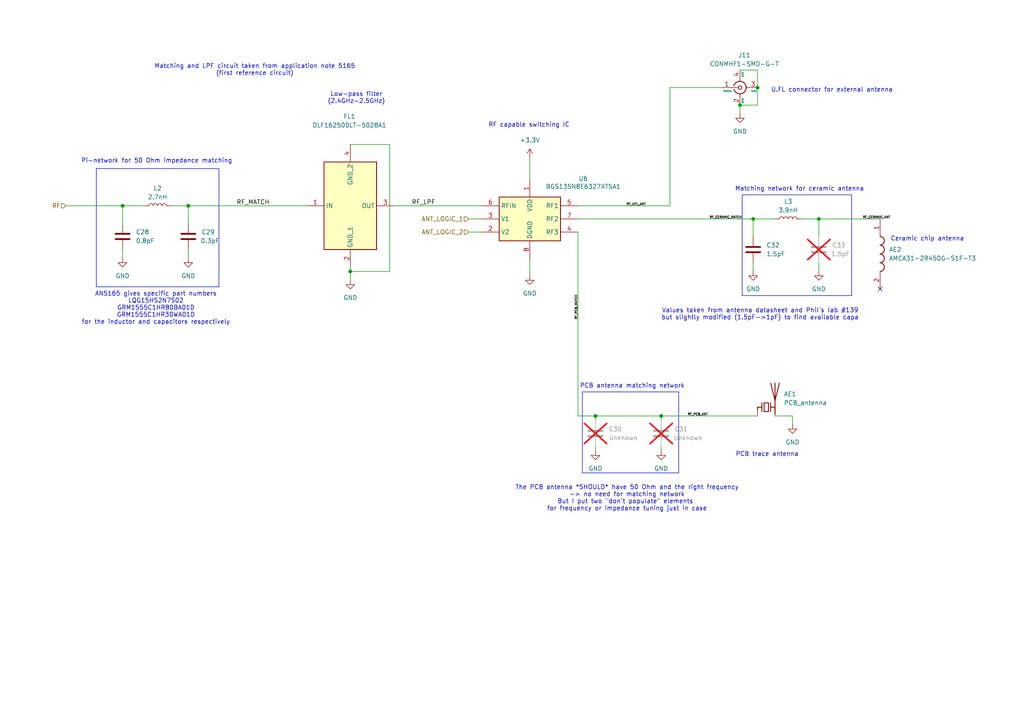
<source format=kicad_sch>
(kicad_sch (version 20250114) (generator "eeschema") (generator_version "9.0")
  (paper "A4")
  (title_block (company "N-Pulse"))
  (lib_symbols
    (symbol "AMCA31-2R450G-S1F-T3:AMCA31-2R450G-S1F-T3" (pin_names (hide yes))
      (property "Reference" "L" (at 16.51 6.35 0))
      (property "Value" "AMCA31-2R450G-S1F-T3" (at 16.51 3.81 0))
      (symbol "AMCA31-2R450G-S1F-T3_1_1"
        (arc (start 5.08 0) (mid 6.35 1.219) (end 7.62 0) (stroke (width 0.254)))
        (arc (start 7.62 0) (mid 8.89 1.219) (end 10.16 0) (stroke (width 0.254)))
        (arc (start 10.16 0) (mid 11.43 1.219) (end 12.7 0) (stroke (width 0.254)))
        (arc (start 12.7 0) (mid 13.97 1.219) (end 15.24 0) (stroke (width 0.254)))
        (pin passive line (at 0 0 0) (length 5.08) (name "FEED") (number "1"))
        (pin passive line (at 20.32 0 180) (length 5.08) (name "NC") (number "2"))
      )
    )
    (symbol "BGS13SN8E6327XTSA1:BGS13SN8E6327XTSA1"
      (property "Reference" "IC4" (at 13.97 7.62 0))
      (property "Value" "BGS13SN8E6327XTSA1" (at 13.97 5.08 0))
      (symbol "BGS13SN8E6327XTSA1_1_1"
        (rectangle (start 22.86 2.54) (end 5.08 -10.16) (stroke (width 0.254)) (fill (type background)))
        (pin passive line (at 0 0 0) (length 5.08) (name "RFIN") (number "6"))
        (pin passive line (at 0 -3.81 0) (length 5.08) (name "V1") (number "3"))
        (pin passive line (at 0 -7.62 0) (length 5.08) (name "V2") (number "2"))
        (pin passive line (at 13.97 7.62 270) (length 5.08) (name "VDD") (number "1"))
        (pin passive line (at 13.97 -15.24 90) (length 5.08) (name "DGND") (number "8"))
        (pin passive line (at 27.94 0 180) (length 5.08) (name "RF1") (number "5"))
        (pin passive line (at 27.94 -3.81 180) (length 5.08) (name "RF2") (number "7"))
        (pin passive line (at 27.94 -7.62 180) (length 5.08) (name "RF3") (number "4"))
      )
    )
    (symbol "CONMHF1-SMD-G-T_2"
      (property "Value" "CONMHF1-SMD-G-T" (at 16.51 3.8802 0))
      (symbol "CONMHF1-SMD-G-T_2_0_1"
        (polyline (pts (xy -2.54 0) (xy -0.508 0)))
        (arc (start 1.778 0) (mid 0.222 -1.8079) (end -1.778 -0.508) (stroke (width 0.254)))
        (arc (start -1.778 0.508) (mid 0.2221 1.8084) (end 1.778 0) (stroke (width 0.254)))
        (polyline (pts (xy 0 2.54) (xy 0 1.8105)))
        (circle (center 0 0) (radius 0.508) (stroke (width 0.2032)))
        (polyline (pts (xy 0 -2.54) (xy 0 -1.778)))
        (polyline (pts (xy 2.54 0) (xy 1.7981 -0.0124)))
      )
      (symbol "CONMHF1-SMD-G-T_2_1_1"
        (text "SIGNAL" (at -3.556 -1.016 0) (effects (font (size 0.5 0.5))))
        (text "GND" (at 0.762 3.81 900) (effects (font (size 0.5 0.5))))
        (text "GND" (at 0.762 -3.81 900) (effects (font (size 0.5 0.5))))
        (text "GND\n" (at 4.064 -1.016 0) (effects (font (size 0.5 0.5))))
        (pin passive line (at -5.08 0 0) (length 2.54) (name "") (number "1"))
        (pin passive line (at 0 5.08 270) (length 2.54) (name "") (number "4"))
        (pin passive line (at 0 -5.08 90) (length 2.54) (name "") (number "2"))
        (pin passive line (at 5.08 0 180) (length 2.54) (name "") (number "3"))
      )
    )
    (symbol "DLF162500LT-5028A1:DLF162500LT-5028A1"
      (property "Reference" "FL" (at 21.59 17.78 0))
      (property "Value" "DLF162500LT-5028A1" (at 21.59 15.24 0))
      (symbol "DLF162500LT-5028A1_1_1"
        (rectangle (start 5.08 12.7) (end 20.32 -12.7) (stroke (width 0.254)) (fill (type background)))
        (pin passive line (at 0 0 0) (length 5.08) (name "IN") (number "1"))
        (pin passive line (at 12.7 17.78 270) (length 5.08) (name "GND_2") (number "4"))
        (pin passive line (at 12.7 -17.78 90) (length 5.08) (name "GND_1") (number "2"))
        (pin passive line (at 25.4 0 180) (length 5.08) (name "OUT") (number "3"))
      )
    )
    (symbol "Device:Antenna_Chip" (pin_numbers (hide yes)) (pin_names (offset 1.016) (hide yes))
      (property "Reference" "AE" (at 0 5.08 0))
      (property "Value" "Antenna_Chip" (at 0 3.175 0))
      (symbol "Antenna_Chip_0_1"
        (polyline (pts (xy -2.54 0) (xy -2.54 -0.635)) (stroke (width 0.254)))
        (polyline (pts (xy -2.54 0) (xy -1.27 0)) (stroke (width 0.254)))
        (polyline (pts (xy -1.27 1.27) (xy -1.27 -1.27) (xy -1.27 0)) (stroke (width 0.254)))
        (polyline (pts (xy -0.635 1.27) (xy 0.635 1.27) (xy 0.635 -1.27) (xy -0.635 -1.27) (xy -0.635 1.27)) (stroke (width 0.254)))
        (polyline (pts (xy 1.27 1.27) (xy 1.27 -1.27)) (stroke (width 0.254)))
        (polyline (pts (xy 1.27 0) (xy 2.54 0)) (stroke (width 0.254)))
        (polyline (pts (xy 2.54 6.985) (xy 2.54 -1.905)) (stroke (width 0.254)))
        (polyline (pts (xy 2.54 -0.635) (xy 2.54 0)))
        (polyline (pts (xy 3.81 6.985) (xy 2.54 1.905) (xy 1.27 6.985)) (stroke (width 0.254)))
      )
      (symbol "Antenna_Chip_1_1"
        (pin input line (at -2.54 -2.54 90) (length 2.54) (name "FEED") (number "1"))
        (pin passive line (at 2.54 -2.54 90) (length 2.54) (name "PCB_Trace") (number "2"))
      )
    )
    (symbol "Device:C" (pin_numbers (hide yes)) (pin_names (offset 0.254))
      (property "Reference" "C" (at 0.635 2.54 0))
      (property "Value" "C" (at 0.635 -2.54 0))
      (symbol "C_0_1"
        (polyline (pts (xy -2.032 0.762) (xy 2.032 0.762)) (stroke (width 0.508)))
        (polyline (pts (xy -2.032 -0.762) (xy 2.032 -0.762)) (stroke (width 0.508)))
      )
      (symbol "C_1_1"
        (pin passive line (at 0 3.81 270) (length 2.794) (name "~") (number "1"))
        (pin passive line (at 0 -3.81 90) (length 2.794) (name "~") (number "2"))
      )
    )
    (symbol "Device:L" (pin_numbers (hide yes)) (pin_names (offset 1.016) (hide yes))
      (property "Reference" "L" (at -1.27 0 90))
      (property "Value" "L" (at 1.905 0 90))
      (symbol "L_0_1"
        (arc (start 0 2.54) (mid 0.6323 1.905) (end 0 1.27))
        (arc (start 0 1.27) (mid 0.6323 0.635) (end 0 0))
        (arc (start 0 0) (mid 0.6323 -0.635) (end 0 -1.27))
        (arc (start 0 -1.27) (mid 0.6323 -1.905) (end 0 -2.54))
      )
      (symbol "L_1_1"
        (pin passive line (at 0 3.81 270) (length 1.27) (name "1") (number "1"))
        (pin passive line (at 0 -3.81 90) (length 1.27) (name "2") (number "2"))
      )
    )
    (symbol "RF_Module:ESP32-S3-WROOM-2"
      (property "Reference" "U" (at -10.16 45.72 0))
      (property "Value" "ESP32-S3-WROOM-2" (at 2.54 45.72 0))
      (symbol "ESP32-S3-WROOM-2_0_1"
        (rectangle (start -10.16 45.72) (end 10.16 -45.72) (stroke (width 0.254)) (fill (type background)))
      )
      (symbol "ESP32-S3-WROOM-2_1_1"
        (pin input line (at -12.7 40.64 0) (length 2.54) (name "EN") (number "3"))
        (pin no_connect line (at -10.16 -35.56 0) (length 2.54) (hide yes) (name "NC") (number "28"))
        (pin no_connect line (at -10.16 -38.1 0) (length 2.54) (hide yes) (name "NC") (number "29"))
        (pin no_connect line (at -10.16 -40.64 0) (length 2.54) (hide yes) (name "NC") (number "30"))
        (pin power_in line (at 0 48.26 270) (length 2.54) (name "3V3") (number "2"))
        (pin power_in line (at 0 -48.26 90) (length 2.54) (name "GND") (number "1"))
        (pin passive line (at 0 -48.26 90) (length 2.54) (hide yes) (name "GND") (number "40"))
        (pin passive line (at 0 -48.26 90) (length 2.54) (hide yes) (name "GND") (number "41"))
        (pin bidirectional line (at 12.7 40.64 180) (length 2.54) (name "IO0") (number "27"))
        (pin bidirectional line (at 12.7 38.1 180) (length 2.54) (name "IO1") (number "39"))
        (pin bidirectional line (at 12.7 35.56 180) (length 2.54) (name "IO2") (number "38"))
        (pin bidirectional line (at 12.7 33.02 180) (length 2.54) (name "IO3") (number "15"))
        (pin bidirectional line (at 12.7 30.48 180) (length 2.54) (name "IO4") (number "4"))
        (pin bidirectional line (at 12.7 27.94 180) (length 2.54) (name "IO5") (number "5"))
        (pin bidirectional line (at 12.7 25.4 180) (length 2.54) (name "IO6") (number "6"))
        (pin bidirectional line (at 12.7 22.86 180) (length 2.54) (name "IO7") (number "7"))
        (pin bidirectional line (at 12.7 20.32 180) (length 2.54) (name "IO8") (number "12"))
        (pin bidirectional line (at 12.7 17.78 180) (length 2.54) (name "IO9") (number "17"))
        (pin bidirectional line (at 12.7 15.24 180) (length 2.54) (name "IO10") (number "18"))
        (pin bidirectional line (at 12.7 12.7 180) (length 2.54) (name "IO11") (number "19"))
        (pin bidirectional line (at 12.7 10.16 180) (length 2.54) (name "IO12") (number "20"))
        (pin bidirectional line (at 12.7 7.62 180) (length 2.54) (name "IO13") (number "21"))
        (pin bidirectional line (at 12.7 5.08 180) (length 2.54) (name "IO14") (number "22"))
        (pin bidirectional line (at 12.7 2.54 180) (length 2.54) (name "IO15") (number "8"))
        (pin bidirectional line (at 12.7 0 180) (length 2.54) (name "IO16") (number "9"))
        (pin bidirectional line (at 12.7 -2.54 180) (length 2.54) (name "IO17") (number "10"))
        (pin bidirectional line (at 12.7 -5.08 180) (length 2.54) (name "IO18") (number "11"))
        (pin bidirectional line (at 12.7 -7.62 180) (length 2.54) (name "USB_D-/IO19") (number "13"))
        (pin bidirectional line (at 12.7 -10.16 180) (length 2.54) (name "USB_D+/IO20") (number "14"))
        (pin bidirectional line (at 12.7 -12.7 180) (length 2.54) (name "IO21") (number "23"))
        (pin bidirectional line (at 12.7 -15.24 180) (length 2.54) (name "IO38") (number "31"))
        (pin bidirectional line (at 12.7 -17.78 180) (length 2.54) (name "MTCK/IO39") (number "32"))
        (pin bidirectional line (at 12.7 -20.32 180) (length 2.54) (name "MTDO/IO40") (number "33"))
        (pin bidirectional line (at 12.7 -22.86 180) (length 2.54) (name "MTDI/IO41") (number "34"))
        (pin bidirectional line (at 12.7 -25.4 180) (length 2.54) (name "MTMS/IO42") (number "35"))
        (pin bidirectional line (at 12.7 -27.94 180) (length 2.54) (name "TXD0/IO43") (number "37"))
        (pin bidirectional line (at 12.7 -30.48 180) (length 2.54) (name "RXD0/IO44") (number "36"))
        (pin bidirectional line (at 12.7 -33.02 180) (length 2.54) (name "IO45") (number "26"))
        (pin bidirectional line (at 12.7 -35.56 180) (length 2.54) (name "IO46") (number "16"))
        (pin bidirectional line (at 12.7 -38.1 180) (length 2.54) (name "IO47") (number "24"))
        (pin bidirectional line (at 12.7 -40.64 180) (length 2.54) (name "IO48") (number "25"))
      )
    )
    (symbol "power:+3.3V" (power) (pin_numbers (hide yes)) (pin_names (offset 0) (hide yes))
      (property "Value" "+3.3V" (at 0 3.556 0))
      (symbol "+3.3V_0_1"
        (polyline (pts (xy -0.762 1.27) (xy 0 2.54)))
        (polyline (pts (xy 0 2.54) (xy 0.762 1.27)))
        (polyline (pts (xy 0 0) (xy 0 2.54)))
      )
      (symbol "+3.3V_1_1"
        (pin power_in line (at 0 0 90) (length 0) (name "~") (number "1"))
      )
    )
    (symbol "power:GND" (power) (pin_numbers (hide yes)) (pin_names (offset 0) (hide yes))
      (property "Value" "GND" (at 0 -3.81 0))
      (symbol "GND_0_1"
        (polyline (pts (xy 0 0) (xy 0 -1.27) (xy 1.27 -1.27) (xy 0 -2.54) (xy -1.27 -1.27) (xy 0 -1.27)))
      )
      (symbol "GND_1_1"
        (pin power_in line (at 0 0 270) (length 0) (name "~") (number "1"))
      )
    )
  )
  (text "The PCB antenna *SHOULD* have 50 Ohm and the right frequency\n-> no need for matching network\nBut I put two \"don't populate\" elements \nfor frequency or impedance tuning just in case" (at 181.864 144.526 0) (effects (font (size 1.27 1.27))))
  (text "U.FL connector for external antenna\n" (at 241.3 26.162 0) (effects (font (size 1.27 1.27))))
  (text "RF capable switching IC" (at 153.416 36.322 0) (effects (font (size 1.27 1.27))))
  (text "Pi-network for 50 Ohm impedance matching" (at 45.466 46.736 0) (effects (font (size 1.27 1.27))))
  (text "Matching and LPF circuit taken from application note 5165\n(first reference circuit)" (at 73.914 20.32 0) (effects (font (size 1.27 1.27))))
  (text "AN5165 gives specific part numbers\nLQG15HS2N7S02\nGRM1555C1HR80BA01D\nGRM1555C1HR30WA01D\nfor the inductor and capacitors respectively" (at 45.212 89.408 0) (effects (font (size 1.27 1.27))))
  (text "Ceramic chip antenna" (at 268.986 69.342 0) (effects (font (size 1.27 1.27))))
  (text "PCB trace antenna\n" (at 222.504 131.826 0) (effects (font (size 1.27 1.27))))
  (text "Low-pass filter\n(2.4GHz-2.5GHz)" (at 103.378 28.448 0) (effects (font (size 1.27 1.27))))
  (text "PCB antenna matching network" (at 183.388 112.014 0) (effects (font (size 1.27 1.27))))
  (text "Values taken from antenna datasheet and Phil's lab #139\nbut slightly modified (1.5pF->1pF) to find available capa" (at 220.472 91.186 0) (effects (font (size 1.27 1.27))))
  (text "Matching network for ceramic antenna\n" (at 231.902 54.864 0) (effects (font (size 1.27 1.27))))
  (junction (at 35.56 59.69))
  (junction (at 101.6 78.74))
  (junction (at 191.77 120.65))
  (junction (at 172.72 120.65))
  (junction (at 54.61 59.69))
  (junction (at 237.49 63.5))
  (junction (at 214.63 30.48))
  (junction (at 218.44 63.5))
  (junction (at 219.71 25.4))
  (no_connect (at 255.27 83.82))
  (wire (pts (xy 237.49 76.2) (xy 237.49 78.74)))
  (polyline (pts (xy 27.94 48.895) (xy 28.575 48.895)))
  (wire (pts (xy 54.61 59.69) (xy 88.9 59.69)))
  (wire (pts (xy 153.67 74.93) (xy 153.67 80.01)))
  (wire (pts (xy 237.49 63.5) (xy 255.27 63.5)))
  (wire (pts (xy 49.53 59.69) (xy 54.61 59.69)))
  (wire (pts (xy 54.61 59.69) (xy 54.61 64.77)))
  (wire (pts (xy 101.6 78.74) (xy 101.6 81.28)))
  (polyline (pts (xy 27.94 83.185) (xy 27.94 48.895)))
  (wire (pts (xy 19.05 59.69) (xy 35.56 59.69)))
  (wire (pts (xy 172.72 121.92) (xy 172.72 120.65)))
  (wire (pts (xy 194.31 25.4) (xy 194.31 59.69)))
  (wire (pts (xy 219.71 25.4) (xy 219.71 30.48)))
  (wire (pts (xy 35.56 72.39) (xy 35.56 74.93)))
  (wire (pts (xy 172.72 120.65) (xy 191.77 120.65)))
  (wire (pts (xy 224.79 120.65) (xy 229.87 120.65)))
  (wire (pts (xy 214.63 20.32) (xy 219.71 20.32)))
  (wire (pts (xy 194.31 25.4) (xy 209.55 25.4)))
  (wire (pts (xy 191.77 120.65) (xy 219.71 120.65)))
  (wire (pts (xy 167.64 67.31) (xy 167.64 120.65)))
  (wire (pts (xy 191.77 129.54) (xy 191.77 130.81)))
  (wire (pts (xy 54.61 72.39) (xy 54.61 74.93)))
  (wire (pts (xy 135.89 63.5) (xy 139.7 63.5)))
  (wire (pts (xy 218.44 76.2) (xy 218.44 78.74)))
  (polyline (pts (xy 196.85 113.665) (xy 196.85 137.16)))
  (wire (pts (xy 172.72 120.65) (xy 167.64 120.65)))
  (wire (pts (xy 218.44 63.5) (xy 224.79 63.5)))
  (wire (pts (xy 219.71 20.32) (xy 219.71 25.4)))
  (wire (pts (xy 214.63 30.48) (xy 214.63 33.02)))
  (wire (pts (xy 101.6 77.47) (xy 101.6 78.74)))
  (wire (pts (xy 172.72 129.54) (xy 172.72 130.81)))
  (wire (pts (xy 218.44 63.5) (xy 218.44 68.58)))
  (wire (pts (xy 35.56 59.69) (xy 35.56 64.77)))
  (wire (pts (xy 113.03 78.74) (xy 101.6 78.74)))
  (wire (pts (xy 101.6 41.91) (xy 113.03 41.91)))
  (polyline (pts (xy 247.015 56.515) (xy 247.015 85.725)))
  (wire (pts (xy 194.31 59.69) (xy 167.64 59.69)))
  (polyline (pts (xy 168.91 113.665) (xy 168.91 137.16)))
  (wire (pts (xy 167.64 63.5) (xy 218.44 63.5)))
  (wire (pts (xy 153.67 45.72) (xy 153.67 52.07)))
  (polyline (pts (xy 215.265 56.515) (xy 247.015 56.515)))
  (wire (pts (xy 219.71 30.48) (xy 214.63 30.48)))
  (wire (pts (xy 35.56 59.69) (xy 41.91 59.69)))
  (wire (pts (xy 135.89 67.31) (xy 139.7 67.31)))
  (polyline (pts (xy 247.015 85.725) (xy 215.265 85.725)))
  (polyline (pts (xy 28.575 48.895) (xy 63.5 48.895)))
  (polyline (pts (xy 196.85 137.16) (xy 168.91 137.16)))
  (polyline (pts (xy 63.5 83.185) (xy 27.94 83.185)))
  (polyline (pts (xy 63.5 48.895) (xy 63.5 83.185)))
  (wire (pts (xy 114.3 59.69) (xy 139.7 59.69)))
  (polyline (pts (xy 168.91 113.665) (xy 196.85 113.665)))
  (wire (pts (xy 191.77 120.65) (xy 191.77 121.92)))
  (wire (pts (xy 232.41 63.5) (xy 237.49 63.5)))
  (polyline (pts (xy 215.265 56.515) (xy 215.265 85.725)))
  (wire (pts (xy 229.87 120.65) (xy 229.87 123.19)))
  (wire (pts (xy 237.49 63.5) (xy 237.49 68.58)))
  (wire (pts (xy 113.03 41.91) (xy 113.03 78.74)))
  (label "RF_PCB_MATCH" (at 167.64 92.71 90) (effects (font (size 0.635 0.635))))
  (label "RF_CERAMIC_ANT" (at 250.19 63.5 0) (effects (font (size 0.635 0.635))))
  (label "RF_UFL_ANT" (at 181.61 59.69 0) (effects (font (size 0.635 0.635))))
  (label "RF_PCB_ANT" (at 199.39 120.65 0) (effects (font (size 0.635 0.635))))
  (label "RF_LPF" (at 119.38 59.69 0))
  (label "RF_CERAMIC_MATCH" (at 205.74 63.5 0) (effects (font (size 0.635 0.635))))
  (label "RF_MATCH" (at 68.58 59.69 0))
  (hierarchical_label "ANT_LOGIC_2" (shape input) (at 135.89 67.31 180))
  (hierarchical_label "RF" (shape input) (at 19.05 59.69 180))
  (hierarchical_label "ANT_LOGIC_1" (shape input) (at 135.89 63.5 180))
  (symbol (lib_id "power:GND") (at 35.56 74.93 0) (unit 1)
    (property "Reference" "#PWR039" (effects (hide yes)))
    (property "Value" "GND" (at 35.56 80.01 0))
    (property "Description" "Power symbol creates a global label with name \"GND\" , ground" (effects (hide yes)))
  )
  (symbol (lib_id "power:GND") (at 54.61 74.93 0) (unit 1)
    (property "Reference" "#PWR040" (effects (hide yes)))
    (property "Value" "GND" (at 54.61 80.01 0))
    (property "Description" "Power symbol creates a global label with name \"GND\" , ground" (effects (hide yes)))
  )
  (symbol (lib_id "RF_Module:ESP32-S3-WROOM-2") (at 339.09 154.94 0) (unit 1)
    (property "Reference" "U10" (at 341.2333 104.14 0) (effects (justify left)))
    (property "Value" "ESP32-S3-WROOM-2" (at 341.2333 106.68 0) (effects (justify left)))
    (property "Footprint" "RF_Module:ESP32-S3-WROOM-2" (effects (hide yes)))
    (property "Datasheet" "https://www.espressif.com/sites/default/files/documentation/esp32-s3-wroom-2_datasheet_en.pdf" (effects (hide yes)))
    (property "Description" "RF Module, 2.4 GHz, Wi­-Fi, Bluetooth, BLE, ESP32­-S3R8V" (effects (hide yes)))
  )
  (symbol (lib_id "Device:Antenna_Chip") (at 222.25 118.11 0) (unit 1)
    (property "Reference" "AE1" (at 227.33 114.2999 0) (effects (justify left)))
    (property "Value" "PCB_antenna" (at 227.33 116.8399 0) (effects (justify left)))
    (property "Footprint" "RF_Antenna:Texas_SWRA117D_2.4GHz_Left" (effects (hide yes)))
    (property "Description" "Ceramic chip antenna with pin for PCB trace" (effects (hide yes)))
  )
  (symbol (lib_name "CONMHF1-SMD-G-T_2") (lib_id "CONMHF1-SMD-G-T:CONMHF1-SMD-G-T") (at 214.63 25.4 0) (unit 1)
    (property "Reference" "J11" (at 215.9 16.002 0))
    (property "Value" "CONMHF1-SMD-G-T" (at 215.9 18.542 0))
    (property "Footprint" "CONMHF1-SMD-G-T:CONMHF1SMDGT" (effects (hide yes)))
    (property "Datasheet" "https://www.te.com/commerce/DocumentDelivery/DDEController?Action=srchrtrv&DocNm=conmhf1-smd-g-t-ds&DocType=Data%20Sheet&DocLang=English&PartCntxt=CONMHF1-SMD-G-T&DocFormat=pdf" (effects (hide yes)))
    (property "Description" "Body Features: Body Material Copper Alloy | Body Plating Material Gold | Configuration Features: Number of Positions 1 | Number of Coaxial Contacts 1 | Electrical Characteristics: Impedance 50 OHM | Mechanical Attachment: RF Connector Coupling Mechanism Snap-On | Connector Mounting Type Board Mount | Operation/Application: Circuit Application Signal | Operating Frequency 6 GHZ | Other: Dielectric Material LCP | Product Type Features: Connector & Contact Terminates To Printed Circuit Board | Connector System" (effects (hide yes)))
    (property "Height" "1.31" (effects (hide yes)))
    (property "Mouser Part Number" "712-CONMHF1-SMD-G-T" (effects (hide yes)))
    (property "Mouser Price/Stock" "https://www.mouser.co.uk/ProductDetail/TE-Connectivity-Linx-Technologies/CONMHF1-SMD-G-T?qs=7D1LtPJG0i0JqNJVGTgWfg%3D%3D" (effects (hide yes)))
    (property "Manufacturer_Name" "TE Connectivity" (effects (hide yes)))
    (property "Manufacturer_Part_Number" "CONMHF1-SMD-G-T" (effects (hide yes)))
  )
  (symbol (lib_id "power:GND") (at 191.77 130.81 0) (unit 1)
    (property "Reference" "#PWR045" (effects (hide yes)))
    (property "Value" "GND" (at 191.77 135.89 0))
    (property "Description" "Power symbol creates a global label with name \"GND\" , ground" (effects (hide yes)))
  )
  (symbol (lib_id "power:GND") (at 218.44 78.74 0) (unit 1)
    (property "Reference" "#PWR047" (effects (hide yes)))
    (property "Value" "GND" (at 218.44 83.82 0))
    (property "Description" "Power symbol creates a global label with name \"GND\" , ground" (effects (hide yes)))
  )
  (symbol (lib_id "power:GND") (at 101.6 81.28 0) (unit 1)
    (property "Reference" "#PWR041" (effects (hide yes)))
    (property "Value" "GND" (at 101.6 86.36 0))
    (property "Description" "Power symbol creates a global label with name \"GND\" , ground" (effects (hide yes)))
  )
  (symbol (lib_id "power:GND") (at 172.72 130.81 0) (unit 1)
    (property "Reference" "#PWR044" (effects (hide yes)))
    (property "Value" "GND" (at 172.72 135.89 0))
    (property "Description" "Power symbol creates a global label with name \"GND\" , ground" (effects (hide yes)))
  )
  (symbol (lib_id "Device:C") (at 35.56 68.58 0) (unit 1)
    (property "Reference" "C28" (at 39.37 67.3099 0) (effects (justify left)))
    (property "Value" "0.8pF" (at 39.37 69.8499 0) (effects (justify left)))
    (property "Footprint" "Capacitor_SMD:C_0402_1005Metric" (effects (hide yes)))
    (property "Description" "Unpolarized capacitor" (effects (hide yes)))
  )
  (symbol (lib_id "Device:C") (at 54.61 68.58 0) (unit 1)
    (property "Reference" "C29" (at 58.42 67.3099 0) (effects (justify left)))
    (property "Value" "0.3pF" (at 58.166 69.85 0) (effects (justify left)))
    (property "Footprint" "Capacitor_SMD:C_0402_1005Metric" (effects (hide yes)))
    (property "Description" "Unpolarized capacitor" (effects (hide yes)))
  )
  (symbol (lib_id "DLF162500LT-5028A1:DLF162500LT-5028A1") (at 88.9 59.69 0) (unit 1)
    (property "Reference" "FL1" (at 101.346 33.782 0))
    (property "Value" "DLF162500LT-5028A1" (at 101.346 36.322 0))
    (property "Footprint" "DLF162500LT-5028A1:DLF162500LT5028A1" (effects (hide yes)))
    (property "Datasheet" "https://product.tdk.com/system/files/dam/doc/product/rf/rf/filter/catalog/rf_lpf_dlf162500lt-5028a1_en.pdf" (effects (hide yes)))
    (property "Description" "Signal Conditioning LTCC LOW PASS FLTR 2400-2500MHz" (effects (hide yes)))
    (property "Height" "0.4" (effects (hide yes)))
    (property "Mouser Part Number" "810-DLF16250LT5028A1" (effects (hide yes)))
    (property "Mouser Price/Stock" "https://www.mouser.co.uk/ProductDetail/TDK/DLF162500LT-5028A1?qs=U%2FZX79kHR%2FlwIbAISCs3qA%3D%3D" (effects (hide yes)))
    (property "Manufacturer_Name" "TDK" (effects (hide yes)))
    (property "Manufacturer_Part_Number" "DLF162500LT-5028A1" (effects (hide yes)))
  )
  (symbol (lib_id "power:+3.3V") (at 153.67 45.72 0) (unit 1)
    (property "Reference" "#PWR042" (effects (hide yes)))
    (property "Value" "+3.3V" (at 153.67 40.64 0))
    (property "Description" "Power symbol creates a global label with name \"+3.3V\"" (effects (hide yes)))
  )
  (symbol (lib_id "power:GND") (at 214.63 33.02 0) (unit 1)
    (property "Reference" "#PWR046" (effects (hide yes)))
    (property "Value" "GND" (at 214.63 38.1 0))
    (property "Description" "Power symbol creates a global label with name \"GND\" , ground" (effects (hide yes)))
  )
  (symbol (lib_id "Device:C") (at 172.72 125.73 0) (unit 1) (dnp yes)
    (property "Reference" "C30" (at 176.53 124.4599 0) (effects (justify left)))
    (property "Value" "Unknown" (at 176.53 126.9999 0) (effects (justify left)))
    (property "Footprint" "Capacitor_SMD:C_0402_1005Metric" (effects (hide yes)))
    (property "Description" "Unpolarized capacitor" (effects (hide yes)))
  )
  (symbol (lib_id "Device:L") (at 45.72 59.69 90) (unit 1)
    (property "Reference" "L2" (at 45.72 54.61 90))
    (property "Value" "2.7nH" (at 45.72 57.15 90))
    (property "Footprint" "Inductor_SMD:L_0402_1005Metric" (effects (hide yes)))
    (property "Description" "Inductor" (effects (hide yes)))
  )
  (symbol (lib_id "BGS13SN8E6327XTSA1:BGS13SN8E6327XTSA1") (at 139.7 59.69 0) (unit 1)
    (property "Reference" "U6" (at 169.164 51.816 0))
    (property "Value" "BGS13SN8E6327XTSA1" (at 169.164 54.102 0))
    (property "Footprint" "BGS13SN8E6327XTSA1:BGS13SN8E6327XTSA1" (effects (hide yes)))
    (property "Datasheet" "https://www.mouser.ph/ProductDetail/Infineon-Technologies/BGS13SN8E6327XTSA1?qs=0DP5yvOrqYmFtfP%252BZ8kQgQ%3D%3D" (effects (hide yes)))
    (property "Description" "INFINEON - BGS13SN8E6327XTSA1 - RF SWITCH, SP3T, 0.1-6GHZ, TSNP-8" (effects (hide yes)))
    (property "Height" "0.4" (effects (hide yes)))
    (property "Mouser Part Number" "726-BGS13SN8E6327XTS" (effects (hide yes)))
    (property "Mouser Price/Stock" "https://www.mouser.co.uk/ProductDetail/Infineon-Technologies/BGS13SN8E6327XTSA1?qs=0DP5yvOrqYmFtfP%252BZ8kQgQ%3D%3D" (effects (hide yes)))
    (property "Manufacturer_Name" "Infineon" (effects (hide yes)))
    (property "Manufacturer_Part_Number" "BGS13SN8E6327XTSA1" (effects (hide yes)))
  )
  (symbol (lib_id "AMCA31-2R450G-S1F-T3:AMCA31-2R450G-S1F-T3") (at 255.27 63.5 270) (unit 1)
    (property "Reference" "AE2" (at 257.81 72.3899 90) (effects (justify left)))
    (property "Value" "AMCA31-2R450G-S1F-T3" (at 257.81 74.9299 90) (effects (justify left)))
    (property "Footprint" "AMCA31-2R450G-S1F-T3:ANTC3216X140N" (effects (hide yes)))
    (property "Datasheet" "https://abracon.com/chip-antenna/AMCA31-2R450G-S1F-T.pdf" (effects (hide yes)))
    (property "Description" "ABRACON - AMCA31-2R450G-S1F-T3 - ANTENNA, CHIP, 2.45GHZ, 50 OHM, 1206" (effects (hide yes)))
    (property "Height" "1.4" (effects (hide yes)))
    (property "Mouser Part Number" "815-CA312R450GS1FT3" (effects (hide yes)))
    (property "Mouser Price/Stock" "https://www.mouser.co.uk/ProductDetail/ABRACON/AMCA31-2R450G-S1F-T3?qs=AAveGqk956GLuOddQEK40Q%3D%3D" (effects (hide yes)))
    (property "Manufacturer_Name" "ABRACON" (effects (hide yes)))
    (property "Manufacturer_Part_Number" "AMCA31-2R450G-S1F-T3" (effects (hide yes)))
  )
  (symbol (lib_id "power:GND") (at 237.49 78.74 0) (unit 1)
    (property "Reference" "#PWR049" (effects (hide yes)))
    (property "Value" "GND" (at 237.49 83.82 0))
    (property "Description" "Power symbol creates a global label with name \"GND\" , ground" (effects (hide yes)))
  )
  (symbol (lib_id "power:GND") (at 229.87 123.19 0) (unit 1)
    (property "Reference" "#PWR048" (effects (hide yes)))
    (property "Value" "GND" (at 229.87 128.27 0))
    (property "Description" "Power symbol creates a global label with name \"GND\" , ground" (effects (hide yes)))
  )
  (symbol (lib_id "Device:C") (at 191.77 125.73 0) (unit 1) (dnp yes)
    (property "Reference" "C31" (at 195.58 124.4599 0) (effects (justify left)))
    (property "Value" "Unknown" (at 195.326 127 0) (effects (justify left)))
    (property "Footprint" "Capacitor_SMD:C_0402_1005Metric" (effects (hide yes)))
    (property "Description" "Unpolarized capacitor" (effects (hide yes)))
  )
  (symbol (lib_id "power:GND") (at 153.67 80.01 0) (unit 1)
    (property "Reference" "#PWR043" (effects (hide yes)))
    (property "Value" "GND" (at 153.67 85.09 0))
    (property "Description" "Power symbol creates a global label with name \"GND\" , ground" (effects (hide yes)))
  )
  (symbol (lib_id "Device:C") (at 218.44 72.39 0) (unit 1)
    (property "Reference" "C32" (at 222.25 71.1199 0) (effects (justify left)))
    (property "Value" "1.5pF" (at 222.25 73.6599 0) (effects (justify left)))
    (property "Footprint" "Capacitor_SMD:C_0402_1005Metric" (effects (hide yes)))
    (property "Description" "Unpolarized capacitor" (effects (hide yes)))
  )
  (symbol (lib_id "Device:C") (at 237.49 72.39 0) (unit 1) (dnp yes)
    (property "Reference" "C33" (at 241.3 71.1199 0) (effects (justify left)))
    (property "Value" "1.5pF" (at 241.046 73.66 0) (effects (justify left)))
    (property "Footprint" "Capacitor_SMD:C_0402_1005Metric" (effects (hide yes)))
    (property "Description" "Unpolarized capacitor" (effects (hide yes)))
  )
  (symbol (lib_id "Device:L") (at 228.6 63.5 90) (unit 1)
    (property "Reference" "L3" (at 228.6 58.42 90))
    (property "Value" "3.9nH" (at 228.6 60.96 90))
    (property "Footprint" "Inductor_SMD:L_0402_1005Metric" (effects (hide yes)))
    (property "Description" "Inductor" (effects (hide yes)))
  )
)
</source>
